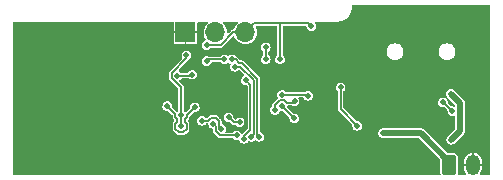
<source format=gbl>
G04 #@! TF.GenerationSoftware,KiCad,Pcbnew,(6.0.7)*
G04 #@! TF.CreationDate,2023-02-22T13:34:51-04:00*
G04 #@! TF.ProjectId,Twitch Switch,54776974-6368-4205-9377-697463682e6b,1.1*
G04 #@! TF.SameCoordinates,Original*
G04 #@! TF.FileFunction,Copper,L2,Bot*
G04 #@! TF.FilePolarity,Positive*
%FSLAX46Y46*%
G04 Gerber Fmt 4.6, Leading zero omitted, Abs format (unit mm)*
G04 Created by KiCad (PCBNEW (6.0.7)) date 2023-02-22 13:34:51*
%MOMM*%
%LPD*%
G01*
G04 APERTURE LIST*
G04 Aperture macros list*
%AMRoundRect*
0 Rectangle with rounded corners*
0 $1 Rounding radius*
0 $2 $3 $4 $5 $6 $7 $8 $9 X,Y pos of 4 corners*
0 Add a 4 corners polygon primitive as box body*
4,1,4,$2,$3,$4,$5,$6,$7,$8,$9,$2,$3,0*
0 Add four circle primitives for the rounded corners*
1,1,$1+$1,$2,$3*
1,1,$1+$1,$4,$5*
1,1,$1+$1,$6,$7*
1,1,$1+$1,$8,$9*
0 Add four rect primitives between the rounded corners*
20,1,$1+$1,$2,$3,$4,$5,0*
20,1,$1+$1,$4,$5,$6,$7,0*
20,1,$1+$1,$6,$7,$8,$9,0*
20,1,$1+$1,$8,$9,$2,$3,0*%
G04 Aperture macros list end*
G04 #@! TA.AperFunction,ComponentPad*
%ADD10R,1.700000X1.700000*%
G04 #@! TD*
G04 #@! TA.AperFunction,ComponentPad*
%ADD11O,1.700000X1.700000*%
G04 #@! TD*
G04 #@! TA.AperFunction,ComponentPad*
%ADD12RoundRect,0.250000X-0.350000X-0.625000X0.350000X-0.625000X0.350000X0.625000X-0.350000X0.625000X0*%
G04 #@! TD*
G04 #@! TA.AperFunction,ComponentPad*
%ADD13O,1.200000X1.750000*%
G04 #@! TD*
G04 #@! TA.AperFunction,ViaPad*
%ADD14C,0.508000*%
G04 #@! TD*
G04 #@! TA.AperFunction,Conductor*
%ADD15C,0.152400*%
G04 #@! TD*
G04 #@! TA.AperFunction,Conductor*
%ADD16C,0.508000*%
G04 #@! TD*
G04 APERTURE END LIST*
D10*
X142113000Y-102997000D03*
D11*
X144653000Y-102997000D03*
X147193000Y-102997000D03*
D12*
X164452300Y-114221260D03*
D13*
X166452300Y-114221260D03*
D14*
X144272000Y-108458000D03*
X154813000Y-102616000D03*
X137795000Y-107315000D03*
X136271000Y-106172000D03*
X133858000Y-103759000D03*
X140525500Y-113792000D03*
X129032000Y-103759000D03*
X131445000Y-106172000D03*
X145923000Y-102489000D03*
X137795000Y-109855000D03*
X136271000Y-110998000D03*
X156083000Y-107569000D03*
X159639000Y-108204000D03*
X148710062Y-102731260D03*
X140525500Y-111125000D03*
X147935284Y-105988939D03*
X140525500Y-108585000D03*
X144272000Y-107442000D03*
X137795000Y-113792000D03*
X137795000Y-112395000D03*
X133858000Y-108585000D03*
X154686000Y-106807000D03*
X140525500Y-112395000D03*
X129032000Y-108585000D03*
X156972000Y-113919000D03*
X149225000Y-112395000D03*
X145288000Y-107442000D03*
X157353000Y-109728000D03*
X140525500Y-103505000D03*
X137795000Y-104775000D03*
X164465000Y-107315000D03*
X129032000Y-113411000D03*
X145288000Y-108458000D03*
X140525500Y-104775000D03*
X163703000Y-111633000D03*
X149929036Y-111150473D03*
X133858000Y-113411000D03*
X140525500Y-106045000D03*
X131445000Y-110998000D03*
X149033035Y-110049084D03*
X154432000Y-104267000D03*
X137795000Y-103505000D03*
X142240000Y-106045000D03*
X140525500Y-107315000D03*
X140557883Y-109963787D03*
X137795000Y-108585000D03*
X166145097Y-109702100D03*
X150872922Y-106745038D03*
X156718000Y-112141000D03*
X148863080Y-108009293D03*
X141732000Y-110972100D03*
X155244599Y-107671100D03*
X156655900Y-110923500D03*
X142199897Y-104942103D03*
X141732000Y-110007900D03*
X143897900Y-104088709D03*
X150114000Y-105283000D03*
X152781000Y-102489000D03*
X146074683Y-105300030D03*
X148360903Y-111850900D03*
X147061844Y-112015067D03*
X147218900Y-107067900D03*
X146302724Y-105919276D03*
X147701000Y-111850900D03*
X148904132Y-104263065D03*
X148903969Y-105282766D03*
X140566100Y-109243652D03*
X142897900Y-109347000D03*
X164592000Y-108204000D03*
X164619621Y-112099315D03*
X161662284Y-111546312D03*
X151325274Y-110295835D03*
X158844100Y-111543267D03*
X150280050Y-109259052D03*
X141423799Y-106672593D03*
X142701847Y-106587053D03*
X145160766Y-111184969D03*
X143497900Y-110490000D03*
X145415000Y-105283000D03*
X143897900Y-105435949D03*
X151346350Y-108858734D03*
X146693662Y-110616492D03*
X145758515Y-110187346D03*
X149698877Y-109575100D03*
X150290629Y-108294352D03*
X164719000Y-109691900D03*
X152506670Y-108376634D03*
X163914100Y-108920849D03*
X146447521Y-111737115D03*
X144462100Y-110744000D03*
D15*
X150114000Y-102235000D02*
X147955000Y-102235000D01*
X152781000Y-102489000D02*
X152527000Y-102235000D01*
X155244599Y-109512199D02*
X155244599Y-107671100D01*
X142199897Y-105213995D02*
X142199897Y-104942103D01*
X143911009Y-104075600D02*
X145099771Y-104075600D01*
X140941199Y-106872493D02*
X140941199Y-106472693D01*
X143897900Y-104088709D02*
X143911009Y-104075600D01*
X140941199Y-106472693D02*
X142199897Y-105213995D01*
X147955000Y-102235000D02*
X147193000Y-102997000D01*
X141732000Y-107663294D02*
X140941199Y-106872493D01*
X141732000Y-110007900D02*
X141732000Y-107663294D01*
X146178371Y-102997000D02*
X147193000Y-102997000D01*
X150114000Y-105283000D02*
X150114000Y-102235000D01*
X141732000Y-110972100D02*
X141732000Y-110007900D01*
X145099771Y-104075600D02*
X146178371Y-102997000D01*
X152527000Y-102235000D02*
X150114000Y-102235000D01*
X156655900Y-110923500D02*
X155244599Y-109512199D01*
X146365978Y-105300030D02*
X146074683Y-105300030D01*
X146680424Y-105614476D02*
X146365978Y-105300030D01*
X148209000Y-111676400D02*
X148209000Y-106944448D01*
X148209000Y-106944448D02*
X146879028Y-105614476D01*
X148360903Y-111850900D02*
X148360903Y-111828303D01*
X148360903Y-111828303D02*
X148209000Y-111676400D01*
X146879028Y-105614476D02*
X146680424Y-105614476D01*
X147599400Y-107448400D02*
X147218900Y-107067900D01*
X147061844Y-112015067D02*
X147061844Y-111807556D01*
X147599400Y-111270000D02*
X147599400Y-107448400D01*
X147061844Y-111807556D02*
X147599400Y-111270000D01*
X146752776Y-105919276D02*
X146302724Y-105919276D01*
X147904200Y-107070700D02*
X146752776Y-105919276D01*
X147904200Y-111647700D02*
X147904200Y-107070700D01*
X147701000Y-111850900D02*
X147904200Y-111647700D01*
X148903969Y-104263228D02*
X148904132Y-104263065D01*
X148903969Y-105282766D02*
X148903969Y-104263228D01*
X141427200Y-110385600D02*
X141427200Y-110594400D01*
X141249400Y-110772200D02*
X141249400Y-111172000D01*
X141249400Y-110207800D02*
X141427200Y-110385600D01*
X140566100Y-109243652D02*
X141249400Y-109926952D01*
X141249400Y-111172000D02*
X141532100Y-111454700D01*
X141427200Y-110594400D02*
X141249400Y-110772200D01*
X142214600Y-110207800D02*
X142214600Y-110030300D01*
X141249400Y-109926952D02*
X141249400Y-110207800D01*
X142036800Y-110385600D02*
X142214600Y-110207800D01*
X142036800Y-110594400D02*
X142036800Y-110385600D01*
X142214600Y-110772200D02*
X142036800Y-110594400D01*
X142214600Y-110030300D02*
X142897900Y-109347000D01*
X141931900Y-111454700D02*
X142214600Y-111172000D01*
X141532100Y-111454700D02*
X141931900Y-111454700D01*
X142214600Y-111172000D02*
X142214600Y-110772200D01*
D16*
X164592000Y-108204000D02*
X164598800Y-108204000D01*
X164598800Y-108204000D02*
X165379400Y-108984600D01*
X165379400Y-111339536D02*
X164619621Y-112099315D01*
X165379400Y-108984600D02*
X165379400Y-111339536D01*
D15*
X151325274Y-110295835D02*
X151316833Y-110295835D01*
D16*
X164452300Y-114221260D02*
X164452300Y-113954675D01*
D15*
X151316833Y-110295835D02*
X150280050Y-109259052D01*
D16*
X158847145Y-111546312D02*
X161662284Y-111546312D01*
X162043937Y-111546312D02*
X161662284Y-111546312D01*
X158844100Y-111543267D02*
X158847145Y-111546312D01*
X164452300Y-113954675D02*
X162043937Y-111546312D01*
D15*
X141423799Y-106672593D02*
X142616307Y-106672593D01*
X142616307Y-106672593D02*
X142701847Y-106587053D01*
X144944700Y-110795548D02*
X144982966Y-110833814D01*
X144262200Y-110261400D02*
X144662000Y-110261400D01*
X144033600Y-110490000D02*
X144262200Y-110261400D01*
X144944700Y-110544100D02*
X144944700Y-110795548D01*
X143497900Y-110490000D02*
X144033600Y-110490000D01*
X144982966Y-111007169D02*
X145160766Y-111184969D01*
X144982966Y-110833814D02*
X144982966Y-111007169D01*
X144662000Y-110261400D02*
X144944700Y-110544100D01*
X144050849Y-105283000D02*
X143897900Y-105435949D01*
X145415000Y-105283000D02*
X144050849Y-105283000D01*
X150479950Y-108776452D02*
X150080150Y-108776452D01*
X149698877Y-109157725D02*
X149698877Y-109575100D01*
X146693662Y-110616492D02*
X146187661Y-110616492D01*
X151239084Y-108966000D02*
X150669498Y-108966000D01*
X150080150Y-108776452D02*
X149698877Y-109157725D01*
X151346350Y-108858734D02*
X151239084Y-108966000D01*
X150669498Y-108966000D02*
X150479950Y-108776452D01*
X146187661Y-110616492D02*
X145758515Y-110187346D01*
X163947949Y-108920849D02*
X164719000Y-109691900D01*
X152424388Y-108294352D02*
X150290629Y-108294352D01*
X163914100Y-108920849D02*
X163947949Y-108920849D01*
X152506670Y-108376634D02*
X152424388Y-108294352D01*
X146447521Y-111737115D02*
X145030412Y-111737115D01*
X144678166Y-111384869D02*
X144678166Y-110960066D01*
X145030412Y-111737115D02*
X144678166Y-111384869D01*
X144678166Y-110960066D02*
X144462100Y-110744000D01*
G04 #@! TA.AperFunction,Conductor*
G36*
X167874638Y-100721093D02*
G01*
X167900358Y-100765642D01*
X167901500Y-100778700D01*
X167901500Y-114994300D01*
X167883907Y-115042638D01*
X167839358Y-115068358D01*
X167826300Y-115069500D01*
X167115159Y-115069500D01*
X167066821Y-115051907D01*
X167041101Y-115007358D01*
X167050034Y-114956700D01*
X167057849Y-114945611D01*
X167079695Y-114919897D01*
X167084512Y-114912674D01*
X167160327Y-114764199D01*
X167163349Y-114756071D01*
X167203218Y-114593139D01*
X167204220Y-114586555D01*
X167204629Y-114579970D01*
X167204700Y-114577658D01*
X167204700Y-114310719D01*
X167201003Y-114300562D01*
X167195631Y-114297460D01*
X165713159Y-114297460D01*
X165703002Y-114301157D01*
X165699900Y-114306529D01*
X165699900Y-114538016D01*
X165700152Y-114542354D01*
X165714590Y-114666186D01*
X165716588Y-114674639D01*
X165773467Y-114831340D01*
X165777352Y-114839098D01*
X165852074Y-114953068D01*
X165863864Y-115003139D01*
X165840711Y-115049073D01*
X165789185Y-115069500D01*
X165261210Y-115069500D01*
X165212872Y-115051907D01*
X165187152Y-115007358D01*
X165189499Y-114973802D01*
X165190257Y-114972315D01*
X165205200Y-114877968D01*
X165205200Y-114131801D01*
X165699900Y-114131801D01*
X165703597Y-114141958D01*
X165708969Y-114145060D01*
X166362841Y-114145060D01*
X166372998Y-114141363D01*
X166376100Y-114135991D01*
X166376100Y-114131801D01*
X166528500Y-114131801D01*
X166532197Y-114141958D01*
X166537569Y-114145060D01*
X167191441Y-114145060D01*
X167201598Y-114141363D01*
X167204700Y-114135991D01*
X167204700Y-113904504D01*
X167204448Y-113900166D01*
X167190010Y-113776334D01*
X167188012Y-113767881D01*
X167131133Y-113611180D01*
X167127248Y-113603422D01*
X167035838Y-113463999D01*
X167030273Y-113457344D01*
X166909242Y-113342689D01*
X166902302Y-113337497D01*
X166758136Y-113253760D01*
X166750179Y-113250300D01*
X166590630Y-113201977D01*
X166582085Y-113200439D01*
X166541735Y-113197936D01*
X166531368Y-113200997D01*
X166528500Y-113205321D01*
X166528500Y-114131801D01*
X166376100Y-114131801D01*
X166376100Y-113209160D01*
X166372403Y-113199003D01*
X166369111Y-113197102D01*
X166242727Y-113218819D01*
X166234397Y-113221271D01*
X166081002Y-113286541D01*
X166073459Y-113290844D01*
X165939190Y-113389653D01*
X165932843Y-113395572D01*
X165824906Y-113522622D01*
X165820088Y-113529846D01*
X165744273Y-113678321D01*
X165741251Y-113686449D01*
X165701382Y-113849381D01*
X165700380Y-113855965D01*
X165699971Y-113862550D01*
X165699900Y-113864862D01*
X165699900Y-114131801D01*
X165205200Y-114131801D01*
X165205200Y-113564552D01*
X165190257Y-113470205D01*
X165132316Y-113356489D01*
X165042071Y-113266244D01*
X164928355Y-113208303D01*
X164888414Y-113201977D01*
X164836926Y-113193822D01*
X164836924Y-113193822D01*
X164834008Y-113193360D01*
X164297576Y-113193360D01*
X164249238Y-113175767D01*
X164244402Y-113171334D01*
X162286088Y-111213020D01*
X162274833Y-111207285D01*
X162262472Y-111200987D01*
X162252418Y-111194826D01*
X162230969Y-111179242D01*
X162205763Y-111171052D01*
X162194863Y-111166537D01*
X162176518Y-111157190D01*
X162176514Y-111157189D01*
X162171243Y-111154503D01*
X162145062Y-111150357D01*
X162133595Y-111147604D01*
X162108383Y-111139412D01*
X161700225Y-111139412D01*
X161688461Y-111138486D01*
X161668131Y-111135266D01*
X161662284Y-111134340D01*
X161656437Y-111135266D01*
X161636107Y-111138486D01*
X161624343Y-111139412D01*
X158927773Y-111139412D01*
X158916010Y-111138486D01*
X158914172Y-111138195D01*
X158908546Y-111136367D01*
X158882041Y-111136367D01*
X158870277Y-111135441D01*
X158849947Y-111132221D01*
X158844100Y-111131295D01*
X158838253Y-111132221D01*
X158817923Y-111135441D01*
X158806159Y-111136367D01*
X158779654Y-111136367D01*
X158754442Y-111144559D01*
X158742975Y-111147312D01*
X158716794Y-111151458D01*
X158711523Y-111154144D01*
X158711519Y-111154145D01*
X158693174Y-111163492D01*
X158682274Y-111168007D01*
X158657068Y-111176197D01*
X158635619Y-111191781D01*
X158625565Y-111197942D01*
X158624859Y-111198302D01*
X158601949Y-111209975D01*
X158583213Y-111228711D01*
X158574241Y-111236375D01*
X158552792Y-111251959D01*
X158549317Y-111256742D01*
X158549316Y-111256743D01*
X158537208Y-111273408D01*
X158529544Y-111282380D01*
X158510808Y-111301116D01*
X158508119Y-111306394D01*
X158508118Y-111306395D01*
X158498775Y-111324732D01*
X158492614Y-111334786D01*
X158477030Y-111356235D01*
X158475201Y-111361864D01*
X158468840Y-111381441D01*
X158464325Y-111392341D01*
X158454978Y-111410686D01*
X158454977Y-111410690D01*
X158452291Y-111415961D01*
X158450197Y-111429186D01*
X158448145Y-111442140D01*
X158445392Y-111453609D01*
X158437200Y-111478821D01*
X158437200Y-111505326D01*
X158436274Y-111517089D01*
X158432128Y-111543267D01*
X158433054Y-111549114D01*
X158436274Y-111569444D01*
X158437200Y-111581208D01*
X158437200Y-111607713D01*
X158445392Y-111632925D01*
X158448145Y-111644392D01*
X158452291Y-111670573D01*
X158454977Y-111675844D01*
X158454978Y-111675848D01*
X158464325Y-111694193D01*
X158468840Y-111705093D01*
X158477030Y-111730299D01*
X158492614Y-111751748D01*
X158498775Y-111761802D01*
X158510808Y-111785418D01*
X158533734Y-111808344D01*
X158582067Y-111856678D01*
X158582071Y-111856681D01*
X158604994Y-111879604D01*
X158610268Y-111882291D01*
X158610269Y-111882292D01*
X158628607Y-111891636D01*
X158638661Y-111897796D01*
X158660113Y-111913382D01*
X158674056Y-111917912D01*
X158685323Y-111921573D01*
X158696223Y-111926088D01*
X158719839Y-111938121D01*
X158725683Y-111939047D01*
X158725684Y-111939047D01*
X158746021Y-111942268D01*
X158757494Y-111945022D01*
X158782698Y-111953211D01*
X158815117Y-111953211D01*
X158815121Y-111953212D01*
X158825385Y-111953212D01*
X158837147Y-111954138D01*
X158844100Y-111955239D01*
X158851053Y-111954138D01*
X158862815Y-111953212D01*
X161624343Y-111953212D01*
X161636107Y-111954138D01*
X161654973Y-111957126D01*
X161662284Y-111958284D01*
X161669596Y-111957126D01*
X161688461Y-111954138D01*
X161700225Y-111953212D01*
X161844246Y-111953212D01*
X161892584Y-111970805D01*
X161897420Y-111975238D01*
X163677374Y-113755192D01*
X163699114Y-113801812D01*
X163699400Y-113808366D01*
X163699400Y-114877968D01*
X163714343Y-114972315D01*
X163714832Y-114973274D01*
X163713114Y-115022470D01*
X163678694Y-115060698D01*
X163643390Y-115069500D01*
X127575700Y-115069500D01*
X127527362Y-115051907D01*
X127501642Y-115007358D01*
X127500500Y-114994300D01*
X127500500Y-109243652D01*
X140154128Y-109243652D01*
X140155054Y-109249498D01*
X140155054Y-109249499D01*
X140164210Y-109307305D01*
X140174291Y-109370958D01*
X140182034Y-109386154D01*
X140229637Y-109479579D01*
X140232808Y-109485803D01*
X140323949Y-109576944D01*
X140329225Y-109579632D01*
X140329226Y-109579633D01*
X140368684Y-109599738D01*
X140438794Y-109635461D01*
X140465956Y-109639763D01*
X140554565Y-109653797D01*
X140566100Y-109655624D01*
X140571946Y-109654698D01*
X140604203Y-109649589D01*
X140654698Y-109659404D01*
X140669141Y-109670689D01*
X140998274Y-109999822D01*
X141020014Y-110046442D01*
X141020300Y-110052996D01*
X141020300Y-110199840D01*
X141020197Y-110203776D01*
X141018066Y-110244439D01*
X141026937Y-110267550D01*
X141030282Y-110278842D01*
X141035431Y-110303065D01*
X141040076Y-110309458D01*
X141040077Y-110309460D01*
X141040507Y-110310052D01*
X141049873Y-110327302D01*
X141052968Y-110335364D01*
X141070464Y-110352860D01*
X141078128Y-110361832D01*
X141087217Y-110374341D01*
X141092678Y-110381858D01*
X141099523Y-110385810D01*
X141100157Y-110386176D01*
X141115731Y-110398127D01*
X141154429Y-110436825D01*
X141176169Y-110483445D01*
X141162855Y-110533132D01*
X141154429Y-110543173D01*
X141093024Y-110604578D01*
X141090169Y-110607288D01*
X141059914Y-110634530D01*
X141049844Y-110657147D01*
X141044222Y-110667501D01*
X141030739Y-110688264D01*
X141029503Y-110696071D01*
X141029389Y-110696788D01*
X141023813Y-110715613D01*
X141020300Y-110723503D01*
X141020300Y-110748254D01*
X141019374Y-110760018D01*
X141016887Y-110775723D01*
X141015503Y-110784458D01*
X141017548Y-110792090D01*
X141017548Y-110792091D01*
X141017738Y-110792799D01*
X141020300Y-110812262D01*
X141020300Y-111164040D01*
X141020197Y-111167976D01*
X141018066Y-111208639D01*
X141026937Y-111231750D01*
X141030282Y-111243042D01*
X141035431Y-111267265D01*
X141040076Y-111273658D01*
X141040077Y-111273660D01*
X141040507Y-111274252D01*
X141049873Y-111291502D01*
X141052968Y-111299564D01*
X141070464Y-111317060D01*
X141078128Y-111326032D01*
X141084496Y-111334796D01*
X141092678Y-111346058D01*
X141099523Y-111350010D01*
X141100157Y-111350376D01*
X141115731Y-111362327D01*
X141364461Y-111611057D01*
X141367171Y-111613912D01*
X141394430Y-111644186D01*
X141401649Y-111647400D01*
X141417039Y-111654252D01*
X141427410Y-111659884D01*
X141448163Y-111673361D01*
X141456688Y-111674711D01*
X141475514Y-111680287D01*
X141483403Y-111683800D01*
X141508154Y-111683800D01*
X141519918Y-111684726D01*
X141536552Y-111687361D01*
X141536554Y-111687361D01*
X141544358Y-111688597D01*
X141551990Y-111686552D01*
X141551991Y-111686552D01*
X141552699Y-111686362D01*
X141572162Y-111683800D01*
X141923940Y-111683800D01*
X141927877Y-111683903D01*
X141968539Y-111686034D01*
X141991650Y-111677163D01*
X142002942Y-111673818D01*
X142027165Y-111668669D01*
X142033558Y-111664024D01*
X142033560Y-111664023D01*
X142034152Y-111663593D01*
X142051402Y-111654227D01*
X142052084Y-111653965D01*
X142052085Y-111653964D01*
X142059464Y-111651132D01*
X142076960Y-111633636D01*
X142085932Y-111625972D01*
X142099565Y-111616067D01*
X142105958Y-111611422D01*
X142110276Y-111603943D01*
X142122227Y-111588369D01*
X142370957Y-111339639D01*
X142373812Y-111336929D01*
X142398213Y-111314958D01*
X142404086Y-111309670D01*
X142414153Y-111287060D01*
X142419784Y-111276689D01*
X142428956Y-111262566D01*
X142433261Y-111255937D01*
X142434611Y-111247412D01*
X142440187Y-111228587D01*
X142440484Y-111227920D01*
X142443700Y-111220697D01*
X142443700Y-111195946D01*
X142444626Y-111184182D01*
X142447261Y-111167548D01*
X142447261Y-111167546D01*
X142448497Y-111159742D01*
X142446262Y-111151400D01*
X142443700Y-111131938D01*
X142443700Y-110780160D01*
X142443803Y-110776225D01*
X142444652Y-110760018D01*
X142445934Y-110735560D01*
X142437067Y-110712461D01*
X142433714Y-110701143D01*
X142432789Y-110696788D01*
X142428569Y-110676935D01*
X142423923Y-110670540D01*
X142423493Y-110669948D01*
X142414127Y-110652698D01*
X142413865Y-110652016D01*
X142413864Y-110652015D01*
X142411032Y-110644636D01*
X142393536Y-110627140D01*
X142385872Y-110618168D01*
X142375967Y-110604535D01*
X142371322Y-110598142D01*
X142364480Y-110594192D01*
X142364478Y-110594190D01*
X142363848Y-110593827D01*
X142348271Y-110581875D01*
X142309570Y-110543173D01*
X142287831Y-110496552D01*
X142289587Y-110490000D01*
X143085928Y-110490000D01*
X143086854Y-110495847D01*
X143091206Y-110523327D01*
X143106091Y-110617306D01*
X143123777Y-110652016D01*
X143160228Y-110723554D01*
X143164608Y-110732151D01*
X143255749Y-110823292D01*
X143370594Y-110881809D01*
X143497900Y-110901972D01*
X143625206Y-110881809D01*
X143740051Y-110823292D01*
X143822217Y-110741126D01*
X143868837Y-110719386D01*
X143875391Y-110719100D01*
X143981957Y-110719100D01*
X144030295Y-110736693D01*
X144056231Y-110782536D01*
X144059371Y-110802361D01*
X144070291Y-110871306D01*
X144085916Y-110901972D01*
X144106729Y-110942818D01*
X144128808Y-110986151D01*
X144219949Y-111077292D01*
X144334794Y-111135809D01*
X144340641Y-111136735D01*
X144385630Y-111143861D01*
X144430621Y-111168800D01*
X144449066Y-111218135D01*
X144449066Y-111376909D01*
X144448963Y-111380845D01*
X144446832Y-111421508D01*
X144455703Y-111444619D01*
X144459048Y-111455911D01*
X144464197Y-111480134D01*
X144468842Y-111486527D01*
X144468843Y-111486529D01*
X144469273Y-111487121D01*
X144478639Y-111504371D01*
X144481734Y-111512433D01*
X144499230Y-111529929D01*
X144506894Y-111538901D01*
X144521444Y-111558927D01*
X144528924Y-111563246D01*
X144544496Y-111575195D01*
X144862791Y-111893491D01*
X144865500Y-111896346D01*
X144892742Y-111926601D01*
X144915359Y-111936671D01*
X144925713Y-111942293D01*
X144946476Y-111955776D01*
X144954941Y-111957117D01*
X144955000Y-111957126D01*
X144973826Y-111962702D01*
X144981715Y-111966215D01*
X145006466Y-111966215D01*
X145018230Y-111967141D01*
X145034864Y-111969776D01*
X145034866Y-111969776D01*
X145042670Y-111971012D01*
X145050302Y-111968967D01*
X145050303Y-111968967D01*
X145051011Y-111968777D01*
X145070474Y-111966215D01*
X146070030Y-111966215D01*
X146118368Y-111983808D01*
X146123204Y-111988241D01*
X146205370Y-112070407D01*
X146210646Y-112073095D01*
X146210647Y-112073096D01*
X146239454Y-112087774D01*
X146320215Y-112128924D01*
X146447521Y-112149087D01*
X146453368Y-112148161D01*
X146568981Y-112129850D01*
X146568982Y-112129850D01*
X146574827Y-112128924D01*
X146580101Y-112126237D01*
X146585729Y-112124408D01*
X146586342Y-112126295D01*
X146629023Y-112121054D01*
X146672164Y-112149069D01*
X146679111Y-112160185D01*
X146728552Y-112257218D01*
X146819693Y-112348359D01*
X146934538Y-112406876D01*
X147061844Y-112427039D01*
X147189150Y-112406876D01*
X147303995Y-112348359D01*
X147395136Y-112257218D01*
X147403667Y-112240475D01*
X147441288Y-112205393D01*
X147492657Y-112202701D01*
X147504811Y-112207611D01*
X147573694Y-112242709D01*
X147579541Y-112243635D01*
X147691757Y-112261408D01*
X147701000Y-112262872D01*
X147710244Y-112261408D01*
X147822459Y-112243635D01*
X147828306Y-112242709D01*
X147943151Y-112184192D01*
X147947334Y-112180010D01*
X147977778Y-112149566D01*
X148024398Y-112127826D01*
X148074085Y-112141140D01*
X148084126Y-112149566D01*
X148118752Y-112184192D01*
X148124028Y-112186880D01*
X148124029Y-112186881D01*
X148160361Y-112205393D01*
X148233597Y-112242709D01*
X148239444Y-112243635D01*
X148351660Y-112261408D01*
X148360903Y-112262872D01*
X148370147Y-112261408D01*
X148482362Y-112243635D01*
X148488209Y-112242709D01*
X148561445Y-112205393D01*
X148597777Y-112186881D01*
X148597778Y-112186880D01*
X148603054Y-112184192D01*
X148694195Y-112093051D01*
X148698278Y-112085039D01*
X148739552Y-112004034D01*
X148752712Y-111978206D01*
X148772875Y-111850900D01*
X148752712Y-111723594D01*
X148712251Y-111644186D01*
X148696884Y-111614026D01*
X148696883Y-111614025D01*
X148694195Y-111608749D01*
X148603054Y-111517608D01*
X148578950Y-111505326D01*
X148540999Y-111485989D01*
X148488209Y-111459091D01*
X148488004Y-111459059D01*
X148449528Y-111428998D01*
X148438100Y-111389147D01*
X148438100Y-109575100D01*
X149286905Y-109575100D01*
X149307068Y-109702406D01*
X149365585Y-109817251D01*
X149456726Y-109908392D01*
X149462002Y-109911080D01*
X149462003Y-109911081D01*
X149507084Y-109934051D01*
X149571571Y-109966909D01*
X149698877Y-109987072D01*
X149826183Y-109966909D01*
X149890670Y-109934051D01*
X149935751Y-109911081D01*
X149935752Y-109911080D01*
X149941028Y-109908392D01*
X150032169Y-109817251D01*
X150090686Y-109702406D01*
X150090828Y-109702478D01*
X150120544Y-109664439D01*
X150172161Y-109653936D01*
X150280050Y-109671024D01*
X150285896Y-109670098D01*
X150299408Y-109667958D01*
X150318153Y-109664989D01*
X150368648Y-109674804D01*
X150383091Y-109686089D01*
X150897083Y-110200081D01*
X150918823Y-110246701D01*
X150918183Y-110265018D01*
X150913302Y-110295835D01*
X150914228Y-110301682D01*
X150922997Y-110357049D01*
X150933465Y-110423141D01*
X150945553Y-110446865D01*
X150988775Y-110531691D01*
X150991982Y-110537986D01*
X151083123Y-110629127D01*
X151197968Y-110687644D01*
X151203815Y-110688570D01*
X151283199Y-110701143D01*
X151325274Y-110707807D01*
X151367350Y-110701143D01*
X151446733Y-110688570D01*
X151452580Y-110687644D01*
X151567425Y-110629127D01*
X151658566Y-110537986D01*
X151661774Y-110531691D01*
X151704995Y-110446865D01*
X151717083Y-110423141D01*
X151727551Y-110357049D01*
X151736320Y-110301682D01*
X151737246Y-110295835D01*
X151735909Y-110287390D01*
X151718009Y-110174376D01*
X151717083Y-110168529D01*
X151675365Y-110086653D01*
X151661255Y-110058961D01*
X151661254Y-110058960D01*
X151658566Y-110053684D01*
X151567425Y-109962543D01*
X151452580Y-109904026D01*
X151325274Y-109883863D01*
X151319427Y-109884789D01*
X151279884Y-109891052D01*
X151229389Y-109881237D01*
X151214946Y-109869952D01*
X150707087Y-109362093D01*
X150685347Y-109315473D01*
X150685987Y-109297155D01*
X150692022Y-109259052D01*
X150695017Y-109259526D01*
X150708689Y-109221962D01*
X150753238Y-109196242D01*
X150766296Y-109195100D01*
X151092177Y-109195100D01*
X151126318Y-109203296D01*
X151219044Y-109250543D01*
X151346350Y-109270706D01*
X151473656Y-109250543D01*
X151588501Y-109192026D01*
X151679642Y-109100885D01*
X151738159Y-108986040D01*
X151758322Y-108858734D01*
X151757259Y-108852019D01*
X151744168Y-108769369D01*
X151738159Y-108731428D01*
X151687901Y-108632792D01*
X151681632Y-108581736D01*
X151709648Y-108538595D01*
X151754905Y-108523452D01*
X152078720Y-108523452D01*
X152127058Y-108541045D01*
X152145723Y-108564511D01*
X152170687Y-108613506D01*
X152170691Y-108613511D01*
X152173378Y-108618785D01*
X152264519Y-108709926D01*
X152269795Y-108712614D01*
X152269796Y-108712615D01*
X152306719Y-108731428D01*
X152379364Y-108768443D01*
X152506670Y-108788606D01*
X152633976Y-108768443D01*
X152706621Y-108731428D01*
X152743544Y-108712615D01*
X152743545Y-108712614D01*
X152748821Y-108709926D01*
X152839962Y-108618785D01*
X152898479Y-108503940D01*
X152918642Y-108376634D01*
X152898479Y-108249328D01*
X152839962Y-108134483D01*
X152748821Y-108043342D01*
X152633976Y-107984825D01*
X152570323Y-107974743D01*
X152512517Y-107965588D01*
X152506670Y-107964662D01*
X152500823Y-107965588D01*
X152443017Y-107974743D01*
X152379364Y-107984825D01*
X152264519Y-108043342D01*
X152260333Y-108047528D01*
X152255709Y-108050888D01*
X152211505Y-108065252D01*
X150668120Y-108065252D01*
X150619782Y-108047659D01*
X150614946Y-108043226D01*
X150532780Y-107961060D01*
X150526106Y-107957659D01*
X150479715Y-107934022D01*
X150417935Y-107902543D01*
X150290629Y-107882380D01*
X150163323Y-107902543D01*
X150101543Y-107934022D01*
X150055153Y-107957659D01*
X150048478Y-107961060D01*
X149957337Y-108052201D01*
X149898820Y-108167046D01*
X149878657Y-108294352D01*
X149898820Y-108421658D01*
X149901508Y-108426932D01*
X149901508Y-108426934D01*
X149945282Y-108512844D01*
X149951552Y-108563901D01*
X149922481Y-108607823D01*
X149906092Y-108619730D01*
X149902141Y-108626573D01*
X149901775Y-108627208D01*
X149889824Y-108642781D01*
X149542510Y-108990095D01*
X149539655Y-108992805D01*
X149509391Y-109020055D01*
X149499321Y-109042672D01*
X149493699Y-109053026D01*
X149480216Y-109073789D01*
X149478980Y-109081596D01*
X149478866Y-109082313D01*
X149473290Y-109101138D01*
X149469777Y-109109028D01*
X149469777Y-109133779D01*
X149468851Y-109145543D01*
X149464980Y-109169983D01*
X149467025Y-109177614D01*
X149467025Y-109177619D01*
X149467178Y-109178188D01*
X149467101Y-109179065D01*
X149467439Y-109185512D01*
X149466533Y-109185559D01*
X149462692Y-109229431D01*
X149447713Y-109250821D01*
X149365585Y-109332949D01*
X149362897Y-109338225D01*
X149362896Y-109338226D01*
X149339011Y-109385103D01*
X149307068Y-109447794D01*
X149286905Y-109575100D01*
X148438100Y-109575100D01*
X148438100Y-107671100D01*
X154832627Y-107671100D01*
X154852790Y-107798406D01*
X154911307Y-107913251D01*
X154993473Y-107995417D01*
X155015213Y-108042037D01*
X155015499Y-108048591D01*
X155015499Y-109504239D01*
X155015396Y-109508175D01*
X155013265Y-109548838D01*
X155022136Y-109571949D01*
X155025481Y-109583241D01*
X155030630Y-109607464D01*
X155035275Y-109613857D01*
X155035276Y-109613859D01*
X155035706Y-109614451D01*
X155045072Y-109631701D01*
X155048167Y-109639763D01*
X155065663Y-109657259D01*
X155073327Y-109666231D01*
X155082421Y-109678747D01*
X155087877Y-109686257D01*
X155094722Y-109690209D01*
X155095356Y-109690575D01*
X155110930Y-109702526D01*
X156228863Y-110820459D01*
X156250603Y-110867079D01*
X156249963Y-110885397D01*
X156243928Y-110923500D01*
X156264091Y-111050806D01*
X156278957Y-111079981D01*
X156316625Y-111153908D01*
X156322608Y-111165651D01*
X156413749Y-111256792D01*
X156419025Y-111259480D01*
X156419026Y-111259481D01*
X156462545Y-111281655D01*
X156528594Y-111315309D01*
X156655900Y-111335472D01*
X156783206Y-111315309D01*
X156849255Y-111281655D01*
X156892774Y-111259481D01*
X156892775Y-111259480D01*
X156898051Y-111256792D01*
X156989192Y-111165651D01*
X156995176Y-111153908D01*
X157032843Y-111079981D01*
X157047709Y-111050806D01*
X157067872Y-110923500D01*
X157047709Y-110796194D01*
X156999278Y-110701143D01*
X156991881Y-110686626D01*
X156991880Y-110686625D01*
X156989192Y-110681349D01*
X156898051Y-110590208D01*
X156892323Y-110587289D01*
X156805740Y-110543173D01*
X156783206Y-110531691D01*
X156686964Y-110516448D01*
X156661747Y-110512454D01*
X156655900Y-110511528D01*
X156617797Y-110517563D01*
X156567302Y-110507748D01*
X156552859Y-110496463D01*
X155495725Y-109439328D01*
X155473985Y-109392708D01*
X155473699Y-109386154D01*
X155473699Y-108920849D01*
X163502128Y-108920849D01*
X163522291Y-109048155D01*
X163524978Y-109053428D01*
X163575786Y-109153143D01*
X163580808Y-109163000D01*
X163671949Y-109254141D01*
X163677225Y-109256829D01*
X163677226Y-109256830D01*
X163692992Y-109264863D01*
X163786794Y-109312658D01*
X163914100Y-109332821D01*
X163919947Y-109331895D01*
X163981424Y-109322158D01*
X164031919Y-109331973D01*
X164046362Y-109343258D01*
X164291963Y-109588859D01*
X164313703Y-109635479D01*
X164313063Y-109653797D01*
X164307028Y-109691900D01*
X164327191Y-109819206D01*
X164343577Y-109851365D01*
X164369938Y-109903100D01*
X164385708Y-109934051D01*
X164476849Y-110025192D01*
X164482125Y-110027880D01*
X164482126Y-110027881D01*
X164518554Y-110046442D01*
X164591694Y-110083709D01*
X164597541Y-110084635D01*
X164708248Y-110102169D01*
X164719000Y-110103872D01*
X164729753Y-110102169D01*
X164840459Y-110084635D01*
X164846306Y-110083709D01*
X164863159Y-110075122D01*
X164914215Y-110068852D01*
X164957356Y-110096867D01*
X164972500Y-110142125D01*
X164972500Y-111139845D01*
X164954907Y-111188183D01*
X164950474Y-111193019D01*
X164286329Y-111857164D01*
X164283640Y-111862442D01*
X164283639Y-111862443D01*
X164274296Y-111880780D01*
X164268135Y-111890834D01*
X164252551Y-111912283D01*
X164248939Y-111923401D01*
X164244361Y-111937489D01*
X164239846Y-111948389D01*
X164230764Y-111966215D01*
X164227812Y-111972009D01*
X164226886Y-111977856D01*
X164223666Y-111998188D01*
X164220913Y-112009657D01*
X164212721Y-112034869D01*
X164212721Y-112061374D01*
X164211795Y-112073137D01*
X164207649Y-112099315D01*
X164208575Y-112105162D01*
X164211795Y-112125492D01*
X164212721Y-112137256D01*
X164212721Y-112163761D01*
X164220913Y-112188973D01*
X164223666Y-112200440D01*
X164227812Y-112226621D01*
X164230498Y-112231892D01*
X164230499Y-112231896D01*
X164239846Y-112250241D01*
X164244361Y-112261141D01*
X164252551Y-112286347D01*
X164268135Y-112307796D01*
X164274296Y-112317850D01*
X164286329Y-112341466D01*
X164305065Y-112360202D01*
X164312729Y-112369174D01*
X164328313Y-112390623D01*
X164333096Y-112394098D01*
X164349761Y-112406206D01*
X164358733Y-112413870D01*
X164377470Y-112432607D01*
X164382748Y-112435296D01*
X164382749Y-112435297D01*
X164401086Y-112444640D01*
X164411140Y-112450801D01*
X164432589Y-112466385D01*
X164438218Y-112468214D01*
X164457795Y-112474575D01*
X164468695Y-112479090D01*
X164487040Y-112488437D01*
X164487044Y-112488438D01*
X164492315Y-112491124D01*
X164518496Y-112495270D01*
X164529963Y-112498023D01*
X164555175Y-112506215D01*
X164581680Y-112506215D01*
X164593443Y-112507141D01*
X164619621Y-112511287D01*
X164645799Y-112507141D01*
X164657562Y-112506215D01*
X164684067Y-112506215D01*
X164709279Y-112498023D01*
X164720746Y-112495270D01*
X164746927Y-112491124D01*
X164752198Y-112488438D01*
X164752202Y-112488437D01*
X164770547Y-112479090D01*
X164781447Y-112474575D01*
X164801024Y-112468214D01*
X164806653Y-112466385D01*
X164828102Y-112450801D01*
X164838156Y-112444640D01*
X164856493Y-112435297D01*
X164856494Y-112435296D01*
X164861772Y-112432607D01*
X165712692Y-111581687D01*
X165724725Y-111558071D01*
X165730886Y-111548017D01*
X165746470Y-111526568D01*
X165754660Y-111501362D01*
X165759175Y-111490462D01*
X165768522Y-111472117D01*
X165768523Y-111472113D01*
X165771209Y-111466842D01*
X165775355Y-111440661D01*
X165778108Y-111429194D01*
X165786300Y-111403982D01*
X165786300Y-108920154D01*
X165778108Y-108894942D01*
X165775355Y-108883473D01*
X165772135Y-108863141D01*
X165771209Y-108857294D01*
X165768523Y-108852023D01*
X165768522Y-108852019D01*
X165759175Y-108833674D01*
X165754660Y-108822774D01*
X165748299Y-108803197D01*
X165746470Y-108797568D01*
X165730886Y-108776119D01*
X165724725Y-108766065D01*
X165715382Y-108747728D01*
X165715381Y-108747727D01*
X165712692Y-108742449D01*
X164840951Y-107870708D01*
X164817335Y-107858675D01*
X164807281Y-107852514D01*
X164785832Y-107836930D01*
X164760626Y-107828740D01*
X164749726Y-107824225D01*
X164731381Y-107814878D01*
X164731377Y-107814877D01*
X164726106Y-107812191D01*
X164699925Y-107808045D01*
X164688458Y-107805292D01*
X164663246Y-107797100D01*
X164629941Y-107797100D01*
X164618177Y-107796174D01*
X164597847Y-107792954D01*
X164592000Y-107792028D01*
X164586153Y-107792954D01*
X164565823Y-107796174D01*
X164554059Y-107797100D01*
X164534354Y-107797100D01*
X164528726Y-107798929D01*
X164528724Y-107798929D01*
X164515615Y-107803189D01*
X164504139Y-107805944D01*
X164470540Y-107811265D01*
X164470539Y-107811265D01*
X164464694Y-107812191D01*
X164432215Y-107828740D01*
X164429110Y-107830322D01*
X164418209Y-107834837D01*
X164411768Y-107836930D01*
X164406284Y-107840914D01*
X164396235Y-107847073D01*
X164349849Y-107870708D01*
X164308856Y-107911701D01*
X164307492Y-107912692D01*
X164306501Y-107914056D01*
X164258708Y-107961849D01*
X164200191Y-108076694D01*
X164180028Y-108204000D01*
X164200191Y-108331306D01*
X164258708Y-108446151D01*
X164349849Y-108537292D01*
X164355126Y-108539981D01*
X164359913Y-108543459D01*
X164359704Y-108543746D01*
X164372137Y-108552780D01*
X164950474Y-109131117D01*
X164972214Y-109177737D01*
X164972500Y-109184291D01*
X164972500Y-109241675D01*
X164954907Y-109290013D01*
X164910358Y-109315733D01*
X164863159Y-109308678D01*
X164846306Y-109300091D01*
X164757104Y-109285963D01*
X164724847Y-109280854D01*
X164719000Y-109279928D01*
X164680897Y-109285963D01*
X164630402Y-109276148D01*
X164615959Y-109264863D01*
X164345765Y-108994669D01*
X164324025Y-108948049D01*
X164324665Y-108929729D01*
X164325146Y-108926693D01*
X164326072Y-108920849D01*
X164305909Y-108793543D01*
X164261169Y-108705736D01*
X164250081Y-108683975D01*
X164250080Y-108683974D01*
X164247392Y-108678698D01*
X164156251Y-108587557D01*
X164128422Y-108573377D01*
X164070268Y-108543746D01*
X164041406Y-108529040D01*
X163914100Y-108508877D01*
X163786794Y-108529040D01*
X163757932Y-108543746D01*
X163699779Y-108573377D01*
X163671949Y-108587557D01*
X163580808Y-108678698D01*
X163578120Y-108683974D01*
X163578119Y-108683975D01*
X163567031Y-108705736D01*
X163522291Y-108793543D01*
X163502128Y-108920849D01*
X155473699Y-108920849D01*
X155473699Y-108048591D01*
X155491292Y-108000253D01*
X155495725Y-107995417D01*
X155577891Y-107913251D01*
X155636408Y-107798406D01*
X155656571Y-107671100D01*
X155636408Y-107543794D01*
X155577891Y-107428949D01*
X155486750Y-107337808D01*
X155371905Y-107279291D01*
X155244599Y-107259128D01*
X155117293Y-107279291D01*
X155002448Y-107337808D01*
X154911307Y-107428949D01*
X154852790Y-107543794D01*
X154832627Y-107671100D01*
X148438100Y-107671100D01*
X148438100Y-106952408D01*
X148438203Y-106948473D01*
X148439878Y-106916507D01*
X148440334Y-106907808D01*
X148431467Y-106884709D01*
X148428114Y-106873391D01*
X148426651Y-106866504D01*
X148422969Y-106849183D01*
X148418323Y-106842788D01*
X148417893Y-106842196D01*
X148408527Y-106824946D01*
X148408265Y-106824264D01*
X148408264Y-106824263D01*
X148405432Y-106816884D01*
X148387936Y-106799388D01*
X148380272Y-106790416D01*
X148370367Y-106776783D01*
X148365722Y-106770390D01*
X148358243Y-106766072D01*
X148342669Y-106754121D01*
X147046658Y-105458109D01*
X147043948Y-105455254D01*
X147021986Y-105430863D01*
X147016698Y-105424990D01*
X146994081Y-105414920D01*
X146983725Y-105409297D01*
X146976275Y-105404459D01*
X146962964Y-105395815D01*
X146954440Y-105394465D01*
X146935615Y-105388889D01*
X146934948Y-105388592D01*
X146927725Y-105385376D01*
X146902974Y-105385376D01*
X146891210Y-105384450D01*
X146874576Y-105381815D01*
X146874574Y-105381815D01*
X146866770Y-105380579D01*
X146859138Y-105382624D01*
X146859137Y-105382624D01*
X146858429Y-105382814D01*
X146838966Y-105385376D01*
X146806469Y-105385376D01*
X146758131Y-105367783D01*
X146753294Y-105363350D01*
X146672710Y-105282766D01*
X148491997Y-105282766D01*
X148492923Y-105288613D01*
X148497687Y-105318693D01*
X148512160Y-105410072D01*
X148570677Y-105524917D01*
X148661818Y-105616058D01*
X148667094Y-105618746D01*
X148667095Y-105618747D01*
X148714883Y-105643096D01*
X148776663Y-105674575D01*
X148903969Y-105694738D01*
X149031275Y-105674575D01*
X149093055Y-105643096D01*
X149140843Y-105618747D01*
X149140844Y-105618746D01*
X149146120Y-105616058D01*
X149237261Y-105524917D01*
X149295778Y-105410072D01*
X149310251Y-105318693D01*
X149315015Y-105288613D01*
X149315941Y-105282766D01*
X149315015Y-105276916D01*
X149296704Y-105161307D01*
X149295778Y-105155460D01*
X149254619Y-105074682D01*
X149239950Y-105045892D01*
X149239949Y-105045891D01*
X149237261Y-105040615D01*
X149155095Y-104958449D01*
X149133355Y-104911829D01*
X149133069Y-104905275D01*
X149133069Y-104640719D01*
X149150662Y-104592381D01*
X149155095Y-104587545D01*
X149237424Y-104505216D01*
X149250009Y-104480518D01*
X149278454Y-104424690D01*
X149295941Y-104390371D01*
X149316104Y-104263065D01*
X149313352Y-104245686D01*
X149296867Y-104141606D01*
X149295941Y-104135759D01*
X149237424Y-104020914D01*
X149146283Y-103929773D01*
X149124497Y-103918672D01*
X149036711Y-103873943D01*
X149036712Y-103873943D01*
X149031438Y-103871256D01*
X148904132Y-103851093D01*
X148776826Y-103871256D01*
X148771552Y-103873943D01*
X148771553Y-103873943D01*
X148683768Y-103918672D01*
X148661981Y-103929773D01*
X148570840Y-104020914D01*
X148512323Y-104135759D01*
X148511397Y-104141606D01*
X148494913Y-104245686D01*
X148492160Y-104263065D01*
X148512323Y-104390371D01*
X148529810Y-104424690D01*
X148558256Y-104480518D01*
X148570840Y-104505216D01*
X148652843Y-104587219D01*
X148674583Y-104633839D01*
X148674869Y-104640393D01*
X148674869Y-104905275D01*
X148657276Y-104953613D01*
X148652843Y-104958449D01*
X148570677Y-105040615D01*
X148567989Y-105045891D01*
X148567988Y-105045892D01*
X148553319Y-105074682D01*
X148512160Y-105155460D01*
X148511234Y-105161307D01*
X148492924Y-105276916D01*
X148491997Y-105282766D01*
X146672710Y-105282766D01*
X146533599Y-105143654D01*
X146530890Y-105140799D01*
X146508936Y-105116417D01*
X146503648Y-105110544D01*
X146481031Y-105100474D01*
X146470675Y-105094851D01*
X146456543Y-105085673D01*
X146456540Y-105085672D01*
X146449914Y-105081369D01*
X146442108Y-105080133D01*
X146436405Y-105077944D01*
X146408964Y-105056890D01*
X146407975Y-105057879D01*
X146316834Y-104966738D01*
X146301026Y-104958683D01*
X146207262Y-104910908D01*
X146207263Y-104910908D01*
X146201989Y-104908221D01*
X146111430Y-104893878D01*
X146080530Y-104888984D01*
X146074683Y-104888058D01*
X146068836Y-104888984D01*
X146037936Y-104893878D01*
X145947377Y-104908221D01*
X145942103Y-104910908D01*
X145942104Y-104910908D01*
X145848341Y-104958683D01*
X145832532Y-104966738D01*
X145806530Y-104992740D01*
X145759913Y-105014480D01*
X145710225Y-105001167D01*
X145700183Y-104992740D01*
X145657151Y-104949708D01*
X145642226Y-104942103D01*
X145575729Y-104908221D01*
X145542306Y-104891191D01*
X145415000Y-104871028D01*
X145287694Y-104891191D01*
X145254271Y-104908221D01*
X145187775Y-104942103D01*
X145172849Y-104949708D01*
X145090683Y-105031874D01*
X145044063Y-105053614D01*
X145037509Y-105053900D01*
X144062414Y-105053900D01*
X144036431Y-105047661D01*
X144036108Y-105048656D01*
X144030480Y-105046827D01*
X144025206Y-105044140D01*
X144019361Y-105043214D01*
X144019360Y-105043214D01*
X143903747Y-105024903D01*
X143897900Y-105023977D01*
X143892053Y-105024903D01*
X143834247Y-105034059D01*
X143770594Y-105044140D01*
X143751439Y-105053900D01*
X143689082Y-105085673D01*
X143655749Y-105102657D01*
X143564608Y-105193798D01*
X143506091Y-105308643D01*
X143505165Y-105314490D01*
X143489258Y-105414927D01*
X143485928Y-105435949D01*
X143506091Y-105563255D01*
X143564608Y-105678100D01*
X143655749Y-105769241D01*
X143770594Y-105827758D01*
X143897900Y-105847921D01*
X144025206Y-105827758D01*
X144140051Y-105769241D01*
X144231192Y-105678100D01*
X144289709Y-105563255D01*
X144289863Y-105562283D01*
X144320143Y-105523527D01*
X144359993Y-105512100D01*
X145037509Y-105512100D01*
X145085847Y-105529693D01*
X145090683Y-105534126D01*
X145172849Y-105616292D01*
X145178125Y-105618980D01*
X145178126Y-105618981D01*
X145206272Y-105633322D01*
X145287694Y-105674809D01*
X145293541Y-105675735D01*
X145395219Y-105691839D01*
X145415000Y-105694972D01*
X145434782Y-105691839D01*
X145536459Y-105675735D01*
X145542306Y-105674809D01*
X145623728Y-105633322D01*
X145651874Y-105618981D01*
X145651875Y-105618980D01*
X145657151Y-105616292D01*
X145661575Y-105611868D01*
X145683154Y-105590290D01*
X145729774Y-105568551D01*
X145779461Y-105581866D01*
X145789500Y-105590290D01*
X145832532Y-105633322D01*
X145891932Y-105663588D01*
X145927013Y-105701208D01*
X145929705Y-105752577D01*
X145924795Y-105764730D01*
X145910915Y-105791970D01*
X145890752Y-105919276D01*
X145910915Y-106046582D01*
X145969432Y-106161427D01*
X146060573Y-106252568D01*
X146065849Y-106255256D01*
X146065850Y-106255257D01*
X146072066Y-106258424D01*
X146175418Y-106311085D01*
X146302724Y-106331248D01*
X146430030Y-106311085D01*
X146533382Y-106258424D01*
X146539598Y-106255257D01*
X146539599Y-106255256D01*
X146544875Y-106252568D01*
X146600300Y-106197143D01*
X146646921Y-106175404D01*
X146696608Y-106188718D01*
X146706648Y-106197144D01*
X147080678Y-106571174D01*
X147102418Y-106617794D01*
X147089104Y-106667481D01*
X147061646Y-106691351D01*
X146976749Y-106734608D01*
X146885608Y-106825749D01*
X146882920Y-106831025D01*
X146882919Y-106831026D01*
X146881308Y-106834188D01*
X146827091Y-106940594D01*
X146806928Y-107067900D01*
X146807854Y-107073747D01*
X146814238Y-107114057D01*
X146827091Y-107195206D01*
X146885608Y-107310051D01*
X146976749Y-107401192D01*
X147091594Y-107459709D01*
X147218900Y-107479872D01*
X147224746Y-107478946D01*
X147257003Y-107473837D01*
X147307498Y-107483652D01*
X147321941Y-107494937D01*
X147348274Y-107521270D01*
X147370014Y-107567890D01*
X147370300Y-107574444D01*
X147370300Y-111143956D01*
X147352707Y-111192294D01*
X147348274Y-111197130D01*
X146945011Y-111600392D01*
X146898391Y-111622132D01*
X146848704Y-111608818D01*
X146824833Y-111581358D01*
X146815604Y-111563244D01*
X146780813Y-111494964D01*
X146689672Y-111403823D01*
X146678368Y-111398063D01*
X146608232Y-111362327D01*
X146574827Y-111345306D01*
X146447521Y-111325143D01*
X146320215Y-111345306D01*
X146286810Y-111362327D01*
X146216675Y-111398063D01*
X146205370Y-111403823D01*
X146123204Y-111485989D01*
X146076584Y-111507729D01*
X146070030Y-111508015D01*
X145575556Y-111508015D01*
X145527218Y-111490422D01*
X145501498Y-111445873D01*
X145508552Y-111398675D01*
X145541227Y-111334546D01*
X145552575Y-111312275D01*
X145568721Y-111210330D01*
X145571812Y-111190816D01*
X145572738Y-111184969D01*
X145570525Y-111170993D01*
X145553501Y-111063510D01*
X145552575Y-111057663D01*
X145518272Y-110990341D01*
X145496747Y-110948095D01*
X145496746Y-110948094D01*
X145494058Y-110942818D01*
X145402917Y-110851677D01*
X145396003Y-110848154D01*
X145293344Y-110795846D01*
X145293343Y-110795846D01*
X145288072Y-110793160D01*
X145282227Y-110792234D01*
X145282226Y-110792234D01*
X145254572Y-110787854D01*
X145209581Y-110762915D01*
X145198375Y-110745325D01*
X145196935Y-110738549D01*
X145192288Y-110732153D01*
X145192287Y-110732151D01*
X145191859Y-110731562D01*
X145182493Y-110714312D01*
X145179399Y-110706252D01*
X145181788Y-110705335D01*
X145173800Y-110678372D01*
X145173800Y-110552060D01*
X145173903Y-110548125D01*
X145175343Y-110520638D01*
X145176034Y-110507460D01*
X145167167Y-110484361D01*
X145163814Y-110473043D01*
X145160312Y-110456565D01*
X145158669Y-110448835D01*
X145154023Y-110442440D01*
X145153593Y-110441848D01*
X145144227Y-110424598D01*
X145143965Y-110423916D01*
X145143964Y-110423915D01*
X145141132Y-110416536D01*
X145123636Y-110399040D01*
X145115972Y-110390068D01*
X145106067Y-110376435D01*
X145101422Y-110370042D01*
X145093942Y-110365723D01*
X145078370Y-110353774D01*
X144956343Y-110231746D01*
X144911943Y-110187346D01*
X145346543Y-110187346D01*
X145347469Y-110193192D01*
X145347469Y-110193193D01*
X145352578Y-110225449D01*
X145366706Y-110314652D01*
X145380108Y-110340954D01*
X145403624Y-110387106D01*
X145425223Y-110429497D01*
X145516364Y-110520638D01*
X145521640Y-110523326D01*
X145521641Y-110523327D01*
X145543330Y-110534378D01*
X145631209Y-110579155D01*
X145637056Y-110580081D01*
X145726138Y-110594190D01*
X145758515Y-110599318D01*
X145796617Y-110593283D01*
X145847111Y-110603098D01*
X145861555Y-110614382D01*
X145943243Y-110696071D01*
X146020040Y-110772868D01*
X146022749Y-110775723D01*
X146049991Y-110805978D01*
X146072608Y-110816048D01*
X146082962Y-110821670D01*
X146103725Y-110835153D01*
X146112190Y-110836494D01*
X146112249Y-110836503D01*
X146131075Y-110842079D01*
X146138964Y-110845592D01*
X146163715Y-110845592D01*
X146175479Y-110846518D01*
X146192113Y-110849153D01*
X146192115Y-110849153D01*
X146199919Y-110850389D01*
X146207551Y-110848344D01*
X146207552Y-110848344D01*
X146208260Y-110848154D01*
X146227723Y-110845592D01*
X146316171Y-110845592D01*
X146364509Y-110863185D01*
X146369345Y-110867618D01*
X146451511Y-110949784D01*
X146566356Y-111008301D01*
X146693662Y-111028464D01*
X146820968Y-111008301D01*
X146935813Y-110949784D01*
X147026954Y-110858643D01*
X147030504Y-110851677D01*
X147060320Y-110793160D01*
X147085471Y-110743798D01*
X147100008Y-110652016D01*
X147104708Y-110622339D01*
X147105634Y-110616492D01*
X147099721Y-110579155D01*
X147086638Y-110496552D01*
X147085471Y-110489186D01*
X147039074Y-110398127D01*
X147029643Y-110379618D01*
X147029642Y-110379617D01*
X147026954Y-110374341D01*
X146935813Y-110283200D01*
X146916641Y-110273431D01*
X146844254Y-110236548D01*
X146820968Y-110224683D01*
X146693662Y-110204520D01*
X146566356Y-110224683D01*
X146543070Y-110236548D01*
X146470684Y-110273431D01*
X146451511Y-110283200D01*
X146369345Y-110365366D01*
X146322725Y-110387106D01*
X146316171Y-110387392D01*
X146313705Y-110387392D01*
X146265367Y-110369799D01*
X146260531Y-110365366D01*
X146185552Y-110290387D01*
X146163812Y-110243767D01*
X146164452Y-110225449D01*
X146169561Y-110193192D01*
X146170487Y-110187346D01*
X146165635Y-110156708D01*
X146151250Y-110065887D01*
X146150324Y-110060040D01*
X146091807Y-109945195D01*
X146000666Y-109854054D01*
X145885821Y-109795537D01*
X145758515Y-109775374D01*
X145631209Y-109795537D01*
X145516364Y-109854054D01*
X145425223Y-109945195D01*
X145366706Y-110060040D01*
X145365780Y-110065887D01*
X145351396Y-110156708D01*
X145346543Y-110187346D01*
X144911943Y-110187346D01*
X144829621Y-110105024D01*
X144826912Y-110102169D01*
X144804958Y-110077787D01*
X144799670Y-110071914D01*
X144777053Y-110061844D01*
X144766697Y-110056221D01*
X144764458Y-110054767D01*
X144745936Y-110042739D01*
X144737412Y-110041389D01*
X144718587Y-110035813D01*
X144717920Y-110035516D01*
X144710697Y-110032300D01*
X144685946Y-110032300D01*
X144674182Y-110031374D01*
X144657548Y-110028739D01*
X144657546Y-110028739D01*
X144649742Y-110027503D01*
X144642110Y-110029548D01*
X144642109Y-110029548D01*
X144641401Y-110029738D01*
X144621938Y-110032300D01*
X144270160Y-110032300D01*
X144266225Y-110032197D01*
X144260584Y-110031901D01*
X144225560Y-110030066D01*
X144210589Y-110035813D01*
X144202461Y-110038933D01*
X144191147Y-110042285D01*
X144166935Y-110047431D01*
X144160542Y-110052076D01*
X144160540Y-110052077D01*
X144159948Y-110052507D01*
X144142698Y-110061873D01*
X144142016Y-110062135D01*
X144142015Y-110062136D01*
X144134636Y-110064968D01*
X144117140Y-110082464D01*
X144108168Y-110090128D01*
X144088142Y-110104678D01*
X144084191Y-110111522D01*
X144084188Y-110111525D01*
X144083822Y-110112159D01*
X144071874Y-110127728D01*
X143960728Y-110238874D01*
X143914108Y-110260614D01*
X143907554Y-110260900D01*
X143875391Y-110260900D01*
X143827053Y-110243307D01*
X143822217Y-110238874D01*
X143740051Y-110156708D01*
X143625206Y-110098191D01*
X143497900Y-110078028D01*
X143370594Y-110098191D01*
X143255749Y-110156708D01*
X143164608Y-110247849D01*
X143161920Y-110253125D01*
X143161919Y-110253126D01*
X143158104Y-110260614D01*
X143106091Y-110362694D01*
X143105165Y-110368541D01*
X143091224Y-110456565D01*
X143085928Y-110490000D01*
X142289587Y-110490000D01*
X142301145Y-110446865D01*
X142309571Y-110436825D01*
X142370957Y-110375439D01*
X142373812Y-110372729D01*
X142391226Y-110357049D01*
X142404086Y-110345470D01*
X142414153Y-110322860D01*
X142419784Y-110312489D01*
X142428956Y-110298366D01*
X142433261Y-110291737D01*
X142434611Y-110283212D01*
X142440187Y-110264387D01*
X142440484Y-110263720D01*
X142443700Y-110256497D01*
X142443700Y-110231746D01*
X142444626Y-110219982D01*
X142447261Y-110203348D01*
X142447261Y-110203346D01*
X142448497Y-110195542D01*
X142446262Y-110187200D01*
X142443700Y-110167738D01*
X142443700Y-110156344D01*
X142461293Y-110108006D01*
X142465726Y-110103170D01*
X142794859Y-109774037D01*
X142841479Y-109752297D01*
X142859797Y-109752937D01*
X142897900Y-109758972D01*
X143025206Y-109738809D01*
X143128743Y-109686054D01*
X143134774Y-109682981D01*
X143134775Y-109682980D01*
X143140051Y-109680292D01*
X143231192Y-109589151D01*
X143237147Y-109577465D01*
X143283851Y-109485803D01*
X143289709Y-109474306D01*
X143305242Y-109376231D01*
X143308946Y-109352847D01*
X143308946Y-109352846D01*
X143309872Y-109347000D01*
X143305938Y-109322158D01*
X143294169Y-109247856D01*
X143289709Y-109219694D01*
X143237050Y-109116346D01*
X143233881Y-109110126D01*
X143233880Y-109110125D01*
X143231192Y-109104849D01*
X143140051Y-109013708D01*
X143126451Y-109006778D01*
X143074275Y-108980193D01*
X143025206Y-108955191D01*
X142897900Y-108935028D01*
X142770594Y-108955191D01*
X142721525Y-108980193D01*
X142669350Y-109006778D01*
X142655749Y-109013708D01*
X142564608Y-109104849D01*
X142561920Y-109110125D01*
X142561919Y-109110126D01*
X142558750Y-109116346D01*
X142506091Y-109219694D01*
X142501631Y-109247856D01*
X142489863Y-109322158D01*
X142485928Y-109347000D01*
X142486854Y-109352846D01*
X142491963Y-109385103D01*
X142482148Y-109435598D01*
X142470867Y-109450037D01*
X142163395Y-109757508D01*
X142116777Y-109779246D01*
X142067090Y-109765932D01*
X142057049Y-109757506D01*
X141983126Y-109683583D01*
X141961386Y-109636963D01*
X141961100Y-109630409D01*
X141961100Y-107671254D01*
X141961203Y-107667319D01*
X141962920Y-107634548D01*
X141963334Y-107626654D01*
X141954465Y-107603548D01*
X141951115Y-107592240D01*
X141947612Y-107575757D01*
X141947611Y-107575755D01*
X141945969Y-107568029D01*
X141940892Y-107561041D01*
X141931525Y-107543788D01*
X141931337Y-107543296D01*
X141928432Y-107535729D01*
X141910933Y-107518230D01*
X141903269Y-107509258D01*
X141893367Y-107495629D01*
X141893366Y-107495629D01*
X141888722Y-107489236D01*
X141881242Y-107484917D01*
X141865671Y-107472968D01*
X141562022Y-107169319D01*
X141540282Y-107122699D01*
X141553596Y-107073012D01*
X141581056Y-107049141D01*
X141660673Y-107008574D01*
X141660674Y-107008573D01*
X141665950Y-107005885D01*
X141748116Y-106923719D01*
X141794736Y-106901979D01*
X141801290Y-106901693D01*
X142411166Y-106901693D01*
X142455370Y-106916057D01*
X142455509Y-106916158D01*
X142459696Y-106920345D01*
X142464968Y-106923031D01*
X142464969Y-106923032D01*
X142505236Y-106943549D01*
X142574541Y-106978862D01*
X142701847Y-106999025D01*
X142829153Y-106978862D01*
X142898458Y-106943549D01*
X142938721Y-106923034D01*
X142938722Y-106923033D01*
X142943998Y-106920345D01*
X143035139Y-106829204D01*
X143039035Y-106821559D01*
X143062177Y-106776139D01*
X143093656Y-106714359D01*
X143113819Y-106587053D01*
X143093656Y-106459747D01*
X143035139Y-106344902D01*
X142943998Y-106253761D01*
X142933440Y-106248381D01*
X142834426Y-106197931D01*
X142834427Y-106197931D01*
X142829153Y-106195244D01*
X142701847Y-106175081D01*
X142574541Y-106195244D01*
X142569267Y-106197931D01*
X142569268Y-106197931D01*
X142470255Y-106248381D01*
X142459696Y-106253761D01*
X142368555Y-106344902D01*
X142365866Y-106350179D01*
X142365865Y-106350181D01*
X142339240Y-106402434D01*
X142301620Y-106437515D01*
X142272237Y-106443493D01*
X141801290Y-106443493D01*
X141752952Y-106425900D01*
X141748116Y-106421467D01*
X141665950Y-106339301D01*
X141650146Y-106331248D01*
X141581056Y-106296045D01*
X141545974Y-106258424D01*
X141543282Y-106207054D01*
X141562022Y-106175867D01*
X142356264Y-105381625D01*
X142359119Y-105378915D01*
X142371482Y-105367783D01*
X142389383Y-105351665D01*
X142399448Y-105329059D01*
X142405076Y-105318693D01*
X142407805Y-105314490D01*
X142418558Y-105297932D01*
X142420804Y-105299391D01*
X142437415Y-105277756D01*
X142442048Y-105275395D01*
X142533189Y-105184254D01*
X142544817Y-105161434D01*
X142577102Y-105098071D01*
X142591706Y-105069409D01*
X142611869Y-104942103D01*
X142591706Y-104814797D01*
X142533189Y-104699952D01*
X142442048Y-104608811D01*
X142430495Y-104602924D01*
X142388983Y-104581773D01*
X142327203Y-104550294D01*
X142199897Y-104530131D01*
X142072591Y-104550294D01*
X142010811Y-104581773D01*
X141969300Y-104602924D01*
X141957746Y-104608811D01*
X141866605Y-104699952D01*
X141808088Y-104814797D01*
X141787925Y-104942103D01*
X141808088Y-105069409D01*
X141822692Y-105098071D01*
X141854977Y-105161434D01*
X141861246Y-105212490D01*
X141841147Y-105248748D01*
X140784832Y-106305063D01*
X140781977Y-106307773D01*
X140751713Y-106335023D01*
X140741643Y-106357640D01*
X140736021Y-106367994D01*
X140722538Y-106388757D01*
X140721302Y-106396564D01*
X140721188Y-106397281D01*
X140715612Y-106416106D01*
X140712099Y-106423996D01*
X140712099Y-106448747D01*
X140711173Y-106460511D01*
X140707302Y-106484951D01*
X140709347Y-106492583D01*
X140709347Y-106492584D01*
X140709537Y-106493292D01*
X140712099Y-106512755D01*
X140712099Y-106864533D01*
X140711996Y-106868469D01*
X140709865Y-106909132D01*
X140718736Y-106932243D01*
X140722081Y-106943535D01*
X140727230Y-106967758D01*
X140731875Y-106974151D01*
X140731876Y-106974153D01*
X140732306Y-106974745D01*
X140741672Y-106991995D01*
X140744767Y-107000057D01*
X140762263Y-107017553D01*
X140769927Y-107026525D01*
X140784477Y-107046551D01*
X140791322Y-107050503D01*
X140791956Y-107050869D01*
X140807530Y-107062820D01*
X141480874Y-107736164D01*
X141502614Y-107782784D01*
X141502900Y-107789338D01*
X141502900Y-109630409D01*
X141485307Y-109678747D01*
X141480887Y-109683570D01*
X141458623Y-109705834D01*
X141412007Y-109727573D01*
X141362319Y-109714260D01*
X141352277Y-109705833D01*
X140993137Y-109346693D01*
X140971397Y-109300073D01*
X140972037Y-109281755D01*
X140976834Y-109251469D01*
X140978072Y-109243652D01*
X140974278Y-109219694D01*
X140958835Y-109122193D01*
X140957909Y-109116346D01*
X140907747Y-109017898D01*
X140902081Y-109006778D01*
X140902080Y-109006777D01*
X140899392Y-109001501D01*
X140808251Y-108910360D01*
X140778008Y-108894950D01*
X140698679Y-108854530D01*
X140698680Y-108854530D01*
X140693406Y-108851843D01*
X140566100Y-108831680D01*
X140438794Y-108851843D01*
X140433520Y-108854530D01*
X140433521Y-108854530D01*
X140354193Y-108894950D01*
X140323949Y-108910360D01*
X140232808Y-109001501D01*
X140230120Y-109006777D01*
X140230119Y-109006778D01*
X140224453Y-109017898D01*
X140174291Y-109116346D01*
X140173365Y-109122193D01*
X140157923Y-109219694D01*
X140154128Y-109243652D01*
X127500500Y-109243652D01*
X127500500Y-103858316D01*
X141110600Y-103858316D01*
X141111321Y-103865637D01*
X141117997Y-103899198D01*
X141123558Y-103912623D01*
X141149014Y-103950720D01*
X141159280Y-103960986D01*
X141197377Y-103986442D01*
X141210802Y-103992003D01*
X141244363Y-103998679D01*
X141251684Y-103999400D01*
X142023541Y-103999400D01*
X142033698Y-103995703D01*
X142036800Y-103990331D01*
X142036800Y-103986141D01*
X142189200Y-103986141D01*
X142192897Y-103996298D01*
X142198269Y-103999400D01*
X142974316Y-103999400D01*
X142981637Y-103998679D01*
X143015198Y-103992003D01*
X143028623Y-103986442D01*
X143066720Y-103960986D01*
X143076986Y-103950720D01*
X143102442Y-103912623D01*
X143108003Y-103899198D01*
X143114679Y-103865637D01*
X143115400Y-103858316D01*
X143115400Y-103086459D01*
X143111703Y-103076302D01*
X143106331Y-103073200D01*
X142202459Y-103073200D01*
X142192302Y-103076897D01*
X142189200Y-103082269D01*
X142189200Y-103986141D01*
X142036800Y-103986141D01*
X142036800Y-103086459D01*
X142033103Y-103076302D01*
X142027731Y-103073200D01*
X141123859Y-103073200D01*
X141113702Y-103076897D01*
X141110600Y-103082269D01*
X141110600Y-103858316D01*
X127500500Y-103858316D01*
X127500500Y-102175700D01*
X127518093Y-102127362D01*
X127562642Y-102101642D01*
X127575700Y-102100500D01*
X141035400Y-102100500D01*
X141083738Y-102118093D01*
X141109458Y-102162642D01*
X141110600Y-102175700D01*
X141110600Y-102907541D01*
X141114297Y-102917698D01*
X141119669Y-102920800D01*
X143102141Y-102920800D01*
X143112298Y-102917103D01*
X143115400Y-102911731D01*
X143115400Y-102175700D01*
X143132993Y-102127362D01*
X143177542Y-102101642D01*
X143190600Y-102100500D01*
X143953877Y-102100500D01*
X144002215Y-102118093D01*
X144027935Y-102162642D01*
X144019002Y-102213300D01*
X144000997Y-102234306D01*
X143950781Y-102274680D01*
X143950774Y-102274687D01*
X143947912Y-102276988D01*
X143821489Y-102427653D01*
X143726739Y-102600004D01*
X143667269Y-102787476D01*
X143645345Y-102982930D01*
X143645653Y-102986598D01*
X143645653Y-102986601D01*
X143648889Y-103025138D01*
X143661803Y-103178919D01*
X143716015Y-103367979D01*
X143805916Y-103542908D01*
X143808201Y-103545791D01*
X143830481Y-103573902D01*
X143846718Y-103622713D01*
X143827781Y-103670540D01*
X143783310Y-103694886D01*
X143770594Y-103696900D01*
X143655749Y-103755417D01*
X143564608Y-103846558D01*
X143561920Y-103851834D01*
X143561919Y-103851835D01*
X143537786Y-103899198D01*
X143506091Y-103961403D01*
X143485928Y-104088709D01*
X143486854Y-104094556D01*
X143490567Y-104118002D01*
X143506091Y-104216015D01*
X143508778Y-104221288D01*
X143546191Y-104294714D01*
X143564608Y-104330860D01*
X143655749Y-104422001D01*
X143770594Y-104480518D01*
X143897900Y-104500681D01*
X144025206Y-104480518D01*
X144140051Y-104422001D01*
X144231192Y-104330860D01*
X144232203Y-104331871D01*
X144269183Y-104306932D01*
X144287370Y-104304700D01*
X145091811Y-104304700D01*
X145095748Y-104304803D01*
X145136410Y-104306934D01*
X145159521Y-104298063D01*
X145170813Y-104294718D01*
X145195036Y-104289569D01*
X145201429Y-104284924D01*
X145201431Y-104284923D01*
X145202023Y-104284493D01*
X145219273Y-104275127D01*
X145219955Y-104274865D01*
X145219956Y-104274864D01*
X145227335Y-104272032D01*
X145244831Y-104254536D01*
X145253803Y-104246872D01*
X145267436Y-104236967D01*
X145273829Y-104232322D01*
X145278147Y-104224843D01*
X145290098Y-104209269D01*
X146140788Y-103358580D01*
X146187408Y-103336840D01*
X146237095Y-103350154D01*
X146260846Y-103377380D01*
X146297116Y-103447954D01*
X146345916Y-103542908D01*
X146468083Y-103697044D01*
X146470877Y-103699422D01*
X146470878Y-103699423D01*
X146505691Y-103729051D01*
X146617862Y-103824516D01*
X146621063Y-103826305D01*
X146621066Y-103826307D01*
X146659656Y-103847874D01*
X146789547Y-103920467D01*
X146793044Y-103921603D01*
X146793048Y-103921605D01*
X146861420Y-103943820D01*
X146976600Y-103981244D01*
X147066826Y-103992003D01*
X147168237Y-104004096D01*
X147168239Y-104004096D01*
X147171895Y-104004532D01*
X147367994Y-103989443D01*
X147506684Y-103950720D01*
X147553883Y-103937542D01*
X147553885Y-103937541D01*
X147557428Y-103936552D01*
X147681373Y-103873943D01*
X147729697Y-103849533D01*
X147729698Y-103849532D01*
X147732981Y-103847874D01*
X147887966Y-103726786D01*
X148016480Y-103577901D01*
X148113628Y-103406890D01*
X148175710Y-103220266D01*
X148200360Y-103025138D01*
X148200753Y-102997000D01*
X148200548Y-102994907D01*
X148181921Y-102804927D01*
X148181920Y-102804922D01*
X148181561Y-102801260D01*
X148124714Y-102612975D01*
X148117818Y-102600004D01*
X148104312Y-102574604D01*
X148097153Y-102523665D01*
X148124413Y-102480041D01*
X148170710Y-102464100D01*
X149809700Y-102464100D01*
X149858038Y-102481693D01*
X149883758Y-102526242D01*
X149884900Y-102539300D01*
X149884900Y-104905509D01*
X149867307Y-104953847D01*
X149862874Y-104958683D01*
X149780708Y-105040849D01*
X149778020Y-105046125D01*
X149778019Y-105046126D01*
X149772031Y-105057879D01*
X149722191Y-105155694D01*
X149702028Y-105283000D01*
X149702954Y-105288847D01*
X149710611Y-105337189D01*
X149722191Y-105410306D01*
X149780708Y-105525151D01*
X149871849Y-105616292D01*
X149877125Y-105618980D01*
X149877126Y-105618981D01*
X149905272Y-105633322D01*
X149986694Y-105674809D01*
X149992541Y-105675735D01*
X150094219Y-105691839D01*
X150114000Y-105694972D01*
X150133782Y-105691839D01*
X150235459Y-105675735D01*
X150241306Y-105674809D01*
X150322728Y-105633322D01*
X150350874Y-105618981D01*
X150350875Y-105618980D01*
X150356151Y-105616292D01*
X150447292Y-105525151D01*
X150505809Y-105410306D01*
X150517389Y-105337189D01*
X150525046Y-105288847D01*
X150525972Y-105283000D01*
X150505809Y-105155694D01*
X150455969Y-105057879D01*
X150449981Y-105046126D01*
X150449980Y-105046125D01*
X150447292Y-105040849D01*
X150365126Y-104958683D01*
X150343386Y-104912063D01*
X150343100Y-104905509D01*
X150343100Y-104729568D01*
X159147029Y-104729568D01*
X159186835Y-104895373D01*
X159265042Y-105046896D01*
X159268021Y-105050310D01*
X159268023Y-105050314D01*
X159348237Y-105142265D01*
X159377135Y-105175391D01*
X159516643Y-105273438D01*
X159675511Y-105335378D01*
X159680002Y-105335969D01*
X159680005Y-105335970D01*
X159803131Y-105352180D01*
X159803136Y-105352180D01*
X159805564Y-105352500D01*
X159894756Y-105352500D01*
X159982554Y-105341875D01*
X160016779Y-105337734D01*
X160016781Y-105337734D01*
X160021281Y-105337189D01*
X160025522Y-105335587D01*
X160025524Y-105335586D01*
X160176545Y-105278520D01*
X160176547Y-105278519D01*
X160180789Y-105276916D01*
X160184527Y-105274347D01*
X160317580Y-105182902D01*
X160317582Y-105182901D01*
X160321316Y-105180334D01*
X160338269Y-105161307D01*
X160415449Y-105074682D01*
X160434748Y-105053021D01*
X160496572Y-104936256D01*
X160512417Y-104906330D01*
X160514538Y-104902324D01*
X160556078Y-104736946D01*
X160556117Y-104729568D01*
X163547029Y-104729568D01*
X163586835Y-104895373D01*
X163665042Y-105046896D01*
X163668021Y-105050310D01*
X163668023Y-105050314D01*
X163748237Y-105142265D01*
X163777135Y-105175391D01*
X163916643Y-105273438D01*
X164075511Y-105335378D01*
X164080002Y-105335969D01*
X164080005Y-105335970D01*
X164203131Y-105352180D01*
X164203136Y-105352180D01*
X164205564Y-105352500D01*
X164294756Y-105352500D01*
X164382554Y-105341875D01*
X164416779Y-105337734D01*
X164416781Y-105337734D01*
X164421281Y-105337189D01*
X164425522Y-105335587D01*
X164425524Y-105335586D01*
X164576545Y-105278520D01*
X164576547Y-105278519D01*
X164580789Y-105276916D01*
X164584527Y-105274347D01*
X164717580Y-105182902D01*
X164717582Y-105182901D01*
X164721316Y-105180334D01*
X164738269Y-105161307D01*
X164815449Y-105074682D01*
X164834748Y-105053021D01*
X164896572Y-104936256D01*
X164912417Y-104906330D01*
X164914538Y-104902324D01*
X164956078Y-104736946D01*
X164956141Y-104725030D01*
X164956947Y-104570970D01*
X164956971Y-104566432D01*
X164917165Y-104400627D01*
X164838958Y-104249104D01*
X164835979Y-104245690D01*
X164835977Y-104245686D01*
X164729844Y-104124024D01*
X164726865Y-104120609D01*
X164587357Y-104022562D01*
X164428489Y-103960622D01*
X164423998Y-103960031D01*
X164423995Y-103960030D01*
X164300869Y-103943820D01*
X164300864Y-103943820D01*
X164298436Y-103943500D01*
X164209244Y-103943500D01*
X164121446Y-103954125D01*
X164087221Y-103958266D01*
X164087219Y-103958266D01*
X164082719Y-103958811D01*
X164078478Y-103960413D01*
X164078476Y-103960414D01*
X163927455Y-104017480D01*
X163927453Y-104017481D01*
X163923211Y-104019084D01*
X163919473Y-104021653D01*
X163918151Y-104022562D01*
X163782684Y-104115666D01*
X163669252Y-104242979D01*
X163589462Y-104393676D01*
X163581672Y-104424690D01*
X163560393Y-104509406D01*
X163547922Y-104559054D01*
X163547898Y-104563588D01*
X163547898Y-104563590D01*
X163547692Y-104602924D01*
X163547029Y-104729568D01*
X160556117Y-104729568D01*
X160556141Y-104725030D01*
X160556947Y-104570970D01*
X160556971Y-104566432D01*
X160517165Y-104400627D01*
X160438958Y-104249104D01*
X160435979Y-104245690D01*
X160435977Y-104245686D01*
X160329844Y-104124024D01*
X160326865Y-104120609D01*
X160187357Y-104022562D01*
X160028489Y-103960622D01*
X160023998Y-103960031D01*
X160023995Y-103960030D01*
X159900869Y-103943820D01*
X159900864Y-103943820D01*
X159898436Y-103943500D01*
X159809244Y-103943500D01*
X159721446Y-103954125D01*
X159687221Y-103958266D01*
X159687219Y-103958266D01*
X159682719Y-103958811D01*
X159678478Y-103960413D01*
X159678476Y-103960414D01*
X159527455Y-104017480D01*
X159527453Y-104017481D01*
X159523211Y-104019084D01*
X159519473Y-104021653D01*
X159518151Y-104022562D01*
X159382684Y-104115666D01*
X159269252Y-104242979D01*
X159189462Y-104393676D01*
X159181672Y-104424690D01*
X159160393Y-104509406D01*
X159147922Y-104559054D01*
X159147898Y-104563588D01*
X159147898Y-104563590D01*
X159147692Y-104602924D01*
X159147029Y-104729568D01*
X150343100Y-104729568D01*
X150343100Y-102539300D01*
X150360693Y-102490962D01*
X150405242Y-102465242D01*
X150418300Y-102464100D01*
X152300857Y-102464100D01*
X152349195Y-102481693D01*
X152375131Y-102527536D01*
X152382586Y-102574604D01*
X152389191Y-102616306D01*
X152447708Y-102731151D01*
X152538849Y-102822292D01*
X152653694Y-102880809D01*
X152781000Y-102900972D01*
X152908306Y-102880809D01*
X153023151Y-102822292D01*
X153114292Y-102731151D01*
X153172809Y-102616306D01*
X153192972Y-102489000D01*
X153172809Y-102361694D01*
X153114292Y-102246849D01*
X153096317Y-102228874D01*
X153074577Y-102182254D01*
X153087891Y-102132567D01*
X153130028Y-102103062D01*
X153149491Y-102100500D01*
X154891667Y-102100500D01*
X154904143Y-102101542D01*
X154917050Y-102103713D01*
X154927646Y-102105496D01*
X154930553Y-102105532D01*
X154930558Y-102105532D01*
X154933684Y-102105570D01*
X154940000Y-102105647D01*
X154943010Y-102105216D01*
X154945355Y-102104880D01*
X154956904Y-102103226D01*
X154961653Y-102102699D01*
X155046704Y-102096006D01*
X155135163Y-102089044D01*
X155135165Y-102089044D01*
X155138109Y-102088812D01*
X155152980Y-102085242D01*
X155328459Y-102043114D01*
X155328463Y-102043113D01*
X155331340Y-102042422D01*
X155334069Y-102041292D01*
X155334074Y-102041290D01*
X155512212Y-101967502D01*
X155512213Y-101967502D01*
X155514935Y-101966374D01*
X155684374Y-101862542D01*
X155835483Y-101733483D01*
X155964542Y-101582374D01*
X155977635Y-101561009D01*
X155999541Y-101525261D01*
X156068374Y-101412935D01*
X156128574Y-101267600D01*
X156143290Y-101232074D01*
X156143292Y-101232069D01*
X156144422Y-101229340D01*
X156147882Y-101214930D01*
X156190122Y-101038983D01*
X156190812Y-101036109D01*
X156203357Y-100876713D01*
X156204167Y-100870143D01*
X156207013Y-100853232D01*
X156207014Y-100853216D01*
X156207496Y-100850354D01*
X156207647Y-100838000D01*
X156206763Y-100831823D01*
X156203259Y-100807360D01*
X156202500Y-100796699D01*
X156202500Y-100778700D01*
X156220093Y-100730362D01*
X156264642Y-100704642D01*
X156277700Y-100703500D01*
X167826300Y-100703500D01*
X167874638Y-100721093D01*
G37*
G04 #@! TD.AperFunction*
G04 #@! TA.AperFunction,Conductor*
G36*
X146542215Y-102118093D02*
G01*
X146567935Y-102162642D01*
X146559002Y-102213300D01*
X146540997Y-102234306D01*
X146490781Y-102274680D01*
X146490774Y-102274687D01*
X146487912Y-102276988D01*
X146361489Y-102427653D01*
X146266739Y-102600004D01*
X146262624Y-102612975D01*
X146230577Y-102714000D01*
X146199191Y-102754756D01*
X146154963Y-102766359D01*
X146149624Y-102766079D01*
X146149622Y-102766079D01*
X146141732Y-102765666D01*
X146118621Y-102774537D01*
X146107329Y-102777882D01*
X146083106Y-102783031D01*
X146076713Y-102787676D01*
X146076711Y-102787677D01*
X146076119Y-102788107D01*
X146058869Y-102797473D01*
X146058187Y-102797735D01*
X146058186Y-102797736D01*
X146050807Y-102800568D01*
X146033311Y-102818064D01*
X146024339Y-102825728D01*
X146004313Y-102840278D01*
X146000363Y-102847120D01*
X146000362Y-102847121D01*
X145999996Y-102847756D01*
X145988045Y-102863329D01*
X145788964Y-103062410D01*
X145742344Y-103084150D01*
X145692657Y-103070836D01*
X145663152Y-103028699D01*
X145660597Y-103008187D01*
X145660724Y-102999100D01*
X145660724Y-102999094D01*
X145660753Y-102997000D01*
X145660548Y-102994907D01*
X145641921Y-102804927D01*
X145641920Y-102804922D01*
X145641561Y-102801260D01*
X145584714Y-102612975D01*
X145492379Y-102439318D01*
X145368072Y-102286903D01*
X145365235Y-102284556D01*
X145365229Y-102284550D01*
X145303692Y-102233642D01*
X145277661Y-102189275D01*
X145286240Y-102138555D01*
X145325414Y-102105216D01*
X145351626Y-102100500D01*
X146493877Y-102100500D01*
X146542215Y-102118093D01*
G37*
G04 #@! TD.AperFunction*
M02*

</source>
